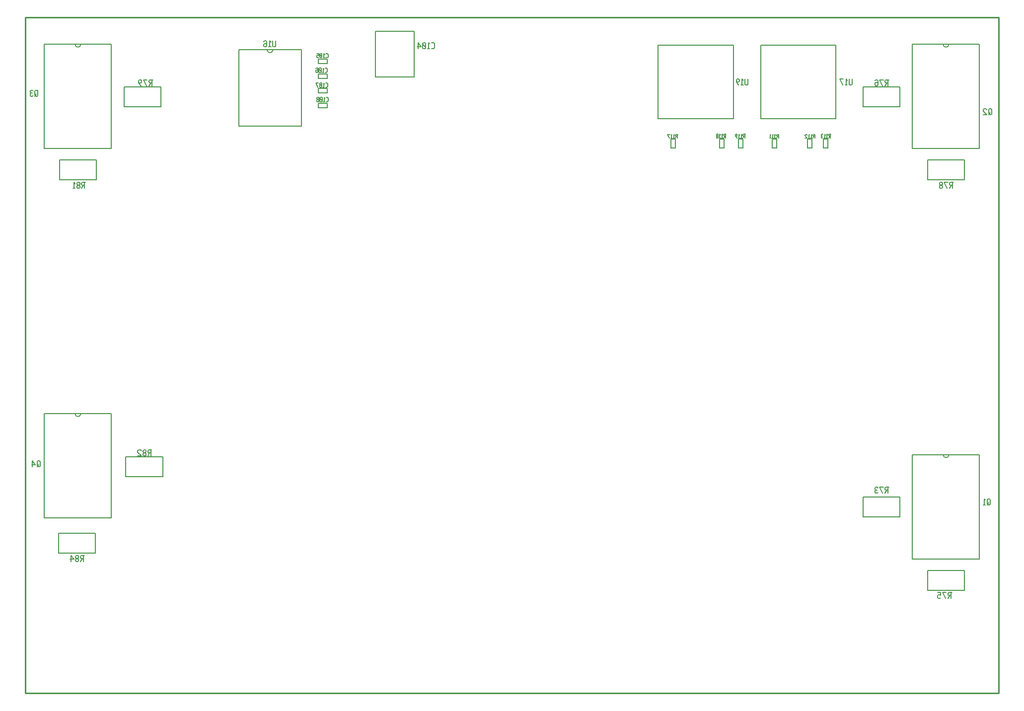
<source format=gbr>
G04 start of page 14 for group -4078 idx -4078 *
G04 Title: DAISI, bottomsilk *
G04 Creator: pcb 20140316 *
G04 CreationDate: Wed 18 Apr 2018 03:14:34 AM GMT UTC *
G04 For: afonsop *
G04 Format: Gerber/RS-274X *
G04 PCB-Dimensions (mil): 6540.00 4540.00 *
G04 PCB-Coordinate-Origin: lower left *
%MOIN*%
%FSLAX25Y25*%
%LNBOTTOMSILK*%
%ADD184C,0.0061*%
%ADD183C,0.0050*%
%ADD182C,0.0100*%
G54D182*X0Y454000D02*Y260D01*
X653543D01*
Y454000D01*
X0D01*
G54D183*X535902Y372354D02*Y366354D01*
X538902D01*
Y372354D02*Y366354D01*
X535902Y372354D02*X538902D01*
G54D184*X562402Y407543D02*Y394157D01*
X587205Y407543D02*Y394157D01*
X562402Y407543D02*X587205D01*
X562402Y394157D02*X587205D01*
X640610Y436067D02*Y366067D01*
X595610Y436067D02*Y366067D01*
X640610D01*
X595610Y436067D02*X640610D01*
X616142D02*G75*G03X620079Y436067I1969J0D01*G01*
X605709Y358331D02*Y344945D01*
X630512Y358331D02*Y344945D01*
X605709Y358331D02*X630512D01*
X605709Y344945D02*X630512D01*
G54D183*X525075Y372354D02*Y366354D01*
X528075D01*
Y372354D02*Y366354D01*
X525075Y372354D02*X528075D01*
G54D184*X544291Y435496D02*Y386087D01*
X493701Y435496D02*Y386087D01*
X544291D01*
X493701Y435496D02*X544291D01*
G54D183*X433539Y372354D02*Y366354D01*
X436539D01*
Y372354D02*Y366354D01*
X433539Y372354D02*X436539D01*
X501453D02*Y366354D01*
X504453D01*
Y372354D02*Y366354D01*
X501453Y372354D02*X504453D01*
X478815D02*Y366354D01*
X481815D01*
Y372354D02*Y366354D01*
X478815Y372354D02*X481815D01*
X466020D02*Y366354D01*
X469020D01*
Y372354D02*Y366354D01*
X466020Y372354D02*X469020D01*
G54D184*X475394Y435496D02*Y386087D01*
X424803Y435496D02*Y386087D01*
X475394D01*
X424803Y435496D02*X475394D01*
G54D183*X196803Y425972D02*X202803D01*
X196803D02*Y422972D01*
X202803D01*
Y425972D02*Y422972D01*
X196803Y416130D02*X202803D01*
X196803D02*Y413130D01*
X202803D01*
Y416130D02*Y413130D01*
X196803Y406287D02*X202803D01*
X196803D02*Y403287D01*
X202803D01*
Y406287D02*Y403287D01*
X196803Y396445D02*X202803D01*
X196803D02*Y393445D01*
X202803D01*
Y396445D02*Y393445D01*
G54D184*X235039Y414039D02*X261024D01*
X235039Y444748D02*X261024D01*
X235039D02*Y414039D01*
X261024Y444748D02*Y414039D01*
Y429394D02*G75*G03X261024Y429394I0J0D01*G01*
X605709Y82740D02*Y69354D01*
X630512Y82740D02*Y69354D01*
X605709Y82740D02*X630512D01*
X605709Y69354D02*X630512D01*
X640610Y160476D02*Y90476D01*
X595610Y160476D02*Y90476D01*
X640610D01*
X595610Y160476D02*X640610D01*
X616142D02*G75*G03X620079Y160476I1969J0D01*G01*
X562402Y131953D02*Y118567D01*
X587205Y131953D02*Y118567D01*
X562402Y131953D02*X587205D01*
X562402Y118567D02*X587205D01*
X185370Y432346D02*Y381165D01*
X143370Y432346D02*Y381165D01*
X185370D01*
X143370Y432346D02*X185370D01*
X162402D02*G75*G03X166339Y432346I1969J0D01*G01*
X57933Y436067D02*Y366067D01*
X12933Y436067D02*Y366067D01*
X57933D01*
X12933Y436067D02*X57933D01*
X33465D02*G75*G03X37402Y436067I1969J0D01*G01*
X23031Y358331D02*Y344945D01*
X47835Y358331D02*Y344945D01*
X23031Y358331D02*X47835D01*
X23031Y344945D02*X47835D01*
X91142Y407543D02*Y394157D01*
X66339Y407543D02*Y394157D01*
X91142D01*
X66339Y407543D02*X91142D01*
X57933Y188035D02*Y118035D01*
X12933Y188035D02*Y118035D01*
X57933D01*
X12933Y188035D02*X57933D01*
X33465D02*G75*G03X37402Y188035I1969J0D01*G01*
X67587Y159051D02*Y145665D01*
X92390Y159051D02*Y145665D01*
X67587Y159051D02*X92390D01*
X67587Y145665D02*X92390D01*
X22311Y107870D02*Y94484D01*
X47114Y107870D02*Y94484D01*
X22311Y107870D02*X47114D01*
X22311Y94484D02*X47114D01*
G54D183*X577740Y412193D02*X579740D01*
X577740D02*X577240Y411693D01*
Y410693D02*Y411693D01*
X577740Y410193D02*X577240Y410693D01*
X577740Y410193D02*X579240D01*
Y408193D02*Y412193D01*
X578440Y410193D02*X577240Y408193D01*
X575540D02*X573540Y412193D01*
X576040D01*
X570840D02*X570340Y411693D01*
X570840Y412193D02*X571840D01*
X572340Y411693D02*X571840Y412193D01*
X572340Y408693D02*Y411693D01*
Y408693D02*X571840Y408193D01*
X570840Y410393D02*X570340Y409893D01*
X570840Y410393D02*X572340D01*
X570840Y408193D02*X571840D01*
X570840D02*X570340Y408693D01*
Y409893D01*
X539740Y375579D02*X540920D01*
X539740D02*X539445Y375284D01*
Y374694D02*Y375284D01*
X539740Y374399D02*X539445Y374694D01*
X539740Y374399D02*X540625D01*
Y373219D02*Y375579D01*
X540153Y374399D02*X539445Y373219D01*
X538737Y375107D02*X538265Y375579D01*
Y373219D02*Y375579D01*
X537852Y373219D02*X538737D01*
X537144Y375107D02*X536672Y375579D01*
Y373219D02*Y375579D01*
X536259Y373219D02*X537144D01*
X535551Y375284D02*X535256Y375579D01*
X534666D02*X535256D01*
X534666D02*X534371Y375284D01*
X534666Y373219D02*X534371Y373514D01*
X534666Y373219D02*X535256D01*
X535551Y373514D02*X535256Y373219D01*
X534666Y374517D02*X535256D01*
X534371Y374812D02*Y375284D01*
Y373514D02*Y374222D01*
X534666Y374517D01*
X534371Y374812D02*X534666Y374517D01*
X529120Y375445D02*X530300D01*
X529120D02*X528825Y375150D01*
Y374560D02*Y375150D01*
X529120Y374265D02*X528825Y374560D01*
X529120Y374265D02*X530005D01*
Y373085D02*Y375445D01*
X529533Y374265D02*X528825Y373085D01*
X528117Y374973D02*X527645Y375445D01*
Y373085D02*Y375445D01*
X527232Y373085D02*X528117D01*
X526524Y374973D02*X526052Y375445D01*
Y373085D02*Y375445D01*
X525639Y373085D02*X526524D01*
X524931Y375150D02*X524636Y375445D01*
X523751D02*X524636D01*
X523751D02*X523456Y375150D01*
Y374560D02*Y375150D01*
X524931Y373085D02*X523456Y374560D01*
Y373085D02*X524931D01*
X436859Y375445D02*X438039D01*
X436859D02*X436564Y375150D01*
Y374560D02*Y375150D01*
X436859Y374265D02*X436564Y374560D01*
X436859Y374265D02*X437744D01*
Y373085D02*Y375445D01*
X437272Y374265D02*X436564Y373085D01*
X435856Y374973D02*X435384Y375445D01*
Y373085D02*Y375445D01*
X434971Y373085D02*X435856D01*
X434263Y374973D02*X433791Y375445D01*
Y373085D02*Y375445D01*
X433378Y373085D02*X434263D01*
X432375D02*X431195Y375445D01*
X432670D01*
X621047Y343295D02*X623047D01*
X621047D02*X620547Y342795D01*
Y341795D02*Y342795D01*
X621047Y341295D02*X620547Y341795D01*
X621047Y341295D02*X622547D01*
Y339295D02*Y343295D01*
X621747Y341295D02*X620547Y339295D01*
X618847D02*X616847Y343295D01*
X619347D01*
X615647Y339795D02*X615147Y339295D01*
X615647Y339795D02*Y340595D01*
X614947Y341295D01*
X614347D02*X614947D01*
X614347D02*X613647Y340595D01*
Y339795D02*Y340595D01*
X614147Y339295D02*X613647Y339795D01*
X614147Y339295D02*X615147D01*
X615647Y341995D02*X614947Y341295D01*
X615647Y341995D02*Y342795D01*
X615147Y343295D01*
X614147D02*X615147D01*
X614147D02*X613647Y342795D01*
Y341995D02*Y342795D01*
X614347Y341295D02*X613647Y341995D01*
X648732Y389193D02*Y392193D01*
X648232Y392693D01*
X647232D02*X648232D01*
X647232D02*X646732Y392193D01*
Y389693D02*Y392193D01*
X647732Y388693D02*X646732Y389693D01*
X647732Y388693D02*X648232D01*
X648732Y389193D02*X648232Y388693D01*
X647732Y390193D02*X646732Y388693D01*
X645532Y392193D02*X645032Y392693D01*
X643532D02*X645032D01*
X643532D02*X643032Y392193D01*
Y391193D02*Y392193D01*
X645532Y388693D02*X643032Y391193D01*
Y388693D02*X645532D01*
X485236Y409146D02*Y412646D01*
Y409146D02*X484736Y408646D01*
X483736D02*X484736D01*
X483736D02*X483236Y409146D01*
Y412646D01*
X482036Y411846D02*X481236Y412646D01*
Y408646D02*Y412646D01*
X480536Y408646D02*X482036D01*
X478836D02*X477336Y410646D01*
Y412146D01*
X477836Y412646D02*X477336Y412146D01*
X477836Y412646D02*X478836D01*
X479336Y412146D02*X478836Y412646D01*
X479336Y411146D02*Y412146D01*
Y411146D02*X478836Y410646D01*
X477336D02*X478836D01*
X555118Y409146D02*Y412646D01*
Y409146D02*X554618Y408646D01*
X553618D02*X554618D01*
X553618D02*X553118Y409146D01*
Y412646D01*
X551918Y411846D02*X551118Y412646D01*
Y408646D02*Y412646D01*
X550418Y408646D02*X551918D01*
X548718D02*X546718Y412646D01*
X549218D01*
X504773Y375445D02*X505953D01*
X504773D02*X504478Y375150D01*
Y374560D02*Y375150D01*
X504773Y374265D02*X504478Y374560D01*
X504773Y374265D02*X505658D01*
Y373085D02*Y375445D01*
X505186Y374265D02*X504478Y373085D01*
X503770Y374973D02*X503298Y375445D01*
Y373085D02*Y375445D01*
X502885Y373085D02*X503770D01*
X502177Y374973D02*X501705Y375445D01*
Y373085D02*Y375445D01*
X501292Y373085D02*X502177D01*
X500584Y374973D02*X500112Y375445D01*
Y373085D02*Y375445D01*
X499699Y373085D02*X500584D01*
X482135Y375579D02*X483315D01*
X482135D02*X481840Y375284D01*
Y374694D02*Y375284D01*
X482135Y374399D02*X481840Y374694D01*
X482135Y374399D02*X483020D01*
Y373219D02*Y375579D01*
X482548Y374399D02*X481840Y373219D01*
X481132Y375107D02*X480660Y375579D01*
Y373219D02*Y375579D01*
X480247Y373219D02*X481132D01*
X479539Y375107D02*X479067Y375579D01*
Y373219D02*Y375579D01*
X478654Y373219D02*X479539D01*
X477651D02*X476766Y374399D01*
Y375284D01*
X477061Y375579D02*X476766Y375284D01*
X477061Y375579D02*X477651D01*
X477946Y375284D02*X477651Y375579D01*
X477946Y374694D02*Y375284D01*
Y374694D02*X477651Y374399D01*
X476766D02*X477651D01*
X469340Y375579D02*X470520D01*
X469340D02*X469045Y375284D01*
Y374694D02*Y375284D01*
X469340Y374399D02*X469045Y374694D01*
X469340Y374399D02*X470225D01*
Y373219D02*Y375579D01*
X469753Y374399D02*X469045Y373219D01*
X468337Y375107D02*X467865Y375579D01*
Y373219D02*Y375579D01*
X467452Y373219D02*X468337D01*
X466744Y375107D02*X466272Y375579D01*
Y373219D02*Y375579D01*
X465859Y373219D02*X466744D01*
X465151Y373514D02*X464856Y373219D01*
X465151Y373514D02*Y373986D01*
X464738Y374399D01*
X464384D02*X464738D01*
X464384D02*X463971Y373986D01*
Y373514D02*Y373986D01*
X464266Y373219D02*X463971Y373514D01*
X464266Y373219D02*X464856D01*
X465151Y374812D02*X464738Y374399D01*
X465151Y374812D02*Y375284D01*
X464856Y375579D01*
X464266D02*X464856D01*
X464266D02*X463971Y375284D01*
Y374812D02*Y375284D01*
X464384Y374399D02*X463971Y374812D01*
X201935Y426932D02*X202832D01*
X203315Y427415D02*X202832Y426932D01*
X203315Y427415D02*Y429209D01*
X202832Y429692D01*
X201935D02*X202832D01*
X201107Y429140D02*X200555Y429692D01*
Y426932D02*Y429692D01*
X200072Y426932D02*X201107D01*
X199244Y427277D02*X198899Y426932D01*
X199244Y427277D02*Y429347D01*
X198899Y429692D01*
X198209D02*X198899D01*
X198209D02*X197864Y429347D01*
Y427277D02*Y429347D01*
X198209Y426932D02*X197864Y427277D01*
X198209Y426932D02*X198899D01*
X199244Y427622D02*X197864Y429002D01*
X195656Y429692D02*X197036D01*
Y428312D02*Y429692D01*
Y428312D02*X196691Y428657D01*
X196001D02*X196691D01*
X196001D02*X195656Y428312D01*
Y427277D02*Y428312D01*
X196001Y426932D02*X195656Y427277D01*
X196001Y426932D02*X196691D01*
X197036Y427277D02*X196691Y426932D01*
X201351Y417168D02*X202248D01*
X202731Y417651D02*X202248Y417168D01*
X202731Y417651D02*Y419445D01*
X202248Y419928D01*
X201351D02*X202248D01*
X200523Y419376D02*X199971Y419928D01*
Y417168D02*Y419928D01*
X199488Y417168D02*X200523D01*
X198660Y417513D02*X198315Y417168D01*
X198660Y417513D02*Y419583D01*
X198315Y419928D01*
X197625D02*X198315D01*
X197625D02*X197280Y419583D01*
Y417513D02*Y419583D01*
X197625Y417168D02*X197280Y417513D01*
X197625Y417168D02*X198315D01*
X198660Y417858D02*X197280Y419238D01*
X195417Y419928D02*X195072Y419583D01*
X195417Y419928D02*X196107D01*
X196452Y419583D02*X196107Y419928D01*
X196452Y417513D02*Y419583D01*
Y417513D02*X196107Y417168D01*
X195417Y418686D02*X195072Y418341D01*
X195417Y418686D02*X196452D01*
X195417Y417168D02*X196107D01*
X195417D02*X195072Y417513D01*
Y418341D01*
X201705Y407207D02*X202602D01*
X203085Y407690D02*X202602Y407207D01*
X203085Y407690D02*Y409484D01*
X202602Y409967D01*
X201705D02*X202602D01*
X200877Y409415D02*X200325Y409967D01*
Y407207D02*Y409967D01*
X199842Y407207D02*X200877D01*
X199014Y407552D02*X198669Y407207D01*
X199014Y407552D02*Y409622D01*
X198669Y409967D01*
X197979D02*X198669D01*
X197979D02*X197634Y409622D01*
Y407552D02*Y409622D01*
X197979Y407207D02*X197634Y407552D01*
X197979Y407207D02*X198669D01*
X199014Y407897D02*X197634Y409277D01*
X196461Y407207D02*X195081Y409967D01*
X196806D01*
X202014Y397522D02*X202911D01*
X203394Y398005D02*X202911Y397522D01*
X203394Y398005D02*Y399799D01*
X202911Y400282D01*
X202014D02*X202911D01*
X201186Y399730D02*X200634Y400282D01*
Y397522D02*Y400282D01*
X200151Y397522D02*X201186D01*
X199323Y397867D02*X198978Y397522D01*
X199323Y397867D02*Y399937D01*
X198978Y400282D01*
X198288D02*X198978D01*
X198288D02*X197943Y399937D01*
Y397867D02*Y399937D01*
X198288Y397522D02*X197943Y397867D01*
X198288Y397522D02*X198978D01*
X199323Y398212D02*X197943Y399592D01*
X197115Y397867D02*X196770Y397522D01*
X197115Y397867D02*Y398419D01*
X196632Y398902D01*
X196218D02*X196632D01*
X196218D02*X195735Y398419D01*
Y397867D02*Y398419D01*
X196080Y397522D02*X195735Y397867D01*
X196080Y397522D02*X196770D01*
X197115Y399385D02*X196632Y398902D01*
X197115Y399385D02*Y399937D01*
X196770Y400282D01*
X196080D02*X196770D01*
X196080D02*X195735Y399937D01*
Y399385D02*Y399937D01*
X196218Y398902D02*X195735Y399385D01*
X168189Y434736D02*Y438236D01*
Y434736D02*X167689Y434236D01*
X166689D02*X167689D01*
X166689D02*X166189Y434736D01*
Y438236D01*
X164989Y437436D02*X164189Y438236D01*
Y434236D02*Y438236D01*
X163489Y434236D02*X164989D01*
X160789Y438236D02*X160289Y437736D01*
X160789Y438236D02*X161789D01*
X162289Y437736D02*X161789Y438236D01*
X162289Y434736D02*Y437736D01*
Y434736D02*X161789Y434236D01*
X160789Y436436D02*X160289Y435936D01*
X160789Y436436D02*X162289D01*
X160789Y434236D02*X161789D01*
X160789D02*X160289Y434736D01*
Y435936D01*
X83646Y412193D02*X85646D01*
X83646D02*X83146Y411693D01*
Y410693D02*Y411693D01*
X83646Y410193D02*X83146Y410693D01*
X83646Y410193D02*X85146D01*
Y408193D02*Y412193D01*
X84346Y410193D02*X83146Y408193D01*
X81446D02*X79446Y412193D01*
X81946D01*
X77746Y408193D02*X76246Y410193D01*
Y411693D01*
X76746Y412193D02*X76246Y411693D01*
X76746Y412193D02*X77746D01*
X78246Y411693D02*X77746Y412193D01*
X78246Y410693D02*Y411693D01*
Y410693D02*X77746Y410193D01*
X76246D02*X77746D01*
X8504Y401567D02*Y404567D01*
X8004Y405067D01*
X7004D02*X8004D01*
X7004D02*X6504Y404567D01*
Y402067D02*Y404567D01*
X7504Y401067D02*X6504Y402067D01*
X7504Y401067D02*X8004D01*
X8504Y401567D02*X8004Y401067D01*
X7504Y402567D02*X6504Y401067D01*
X5304Y404567D02*X4804Y405067D01*
X3804D02*X4804D01*
X3804D02*X3304Y404567D01*
X3804Y401067D02*X3304Y401567D01*
X3804Y401067D02*X4804D01*
X5304Y401567D02*X4804Y401067D01*
X3804Y403267D02*X4804D01*
X3304Y403767D02*Y404567D01*
Y401567D02*Y402767D01*
X3804Y403267D01*
X3304Y403767D02*X3804Y403267D01*
X38370Y343295D02*X40370D01*
X38370D02*X37870Y342795D01*
Y341795D02*Y342795D01*
X38370Y341295D02*X37870Y341795D01*
X38370Y341295D02*X39870D01*
Y339295D02*Y343295D01*
X39070Y341295D02*X37870Y339295D01*
X36670Y339795D02*X36170Y339295D01*
X36670Y339795D02*Y340595D01*
X35970Y341295D01*
X35370D02*X35970D01*
X35370D02*X34670Y340595D01*
Y339795D02*Y340595D01*
X35170Y339295D02*X34670Y339795D01*
X35170Y339295D02*X36170D01*
X36670Y341995D02*X35970Y341295D01*
X36670Y341995D02*Y342795D01*
X36170Y343295D01*
X35170D02*X36170D01*
X35170D02*X34670Y342795D01*
Y341995D02*Y342795D01*
X35370Y341295D02*X34670Y341995D01*
X33470Y342495D02*X32670Y343295D01*
Y339295D02*Y343295D01*
X31970Y339295D02*X33470D01*
X272764Y433055D02*X274064D01*
X274764Y433755D02*X274064Y433055D01*
X274764Y433755D02*Y436355D01*
X274064Y437055D01*
X272764D02*X274064D01*
X271564Y436255D02*X270764Y437055D01*
Y433055D02*Y437055D01*
X270064Y433055D02*X271564D01*
X268864Y433555D02*X268364Y433055D01*
X268864Y433555D02*Y436555D01*
X268364Y437055D01*
X267364D02*X268364D01*
X267364D02*X266864Y436555D01*
Y433555D02*Y436555D01*
X267364Y433055D02*X266864Y433555D01*
X267364Y433055D02*X268364D01*
X268864Y434055D02*X266864Y436055D01*
X265664Y434555D02*X263664Y437055D01*
X263164Y434555D02*X265664D01*
X263664Y433055D02*Y437055D01*
X619984Y67980D02*X621984D01*
X619984D02*X619484Y67480D01*
Y66480D02*Y67480D01*
X619984Y65980D02*X619484Y66480D01*
X619984Y65980D02*X621484D01*
Y63980D02*Y67980D01*
X620684Y65980D02*X619484Y63980D01*
X617784D02*X615784Y67980D01*
X618284D01*
X612584D02*X614584D01*
Y65980D02*Y67980D01*
Y65980D02*X614084Y66480D01*
X613084D02*X614084D01*
X613084D02*X612584Y65980D01*
Y64480D02*Y65980D01*
X613084Y63980D02*X612584Y64480D01*
X613084Y63980D02*X614084D01*
X614584Y64480D02*X614084Y63980D01*
X647732Y127382D02*Y130382D01*
X647232Y130882D01*
X646232D02*X647232D01*
X646232D02*X645732Y130382D01*
Y127882D02*Y130382D01*
X646732Y126882D02*X645732Y127882D01*
X646732Y126882D02*X647232D01*
X647732Y127382D02*X647232Y126882D01*
X646732Y128382D02*X645732Y126882D01*
X644532Y130082D02*X643732Y130882D01*
Y126882D02*Y130882D01*
X643032Y126882D02*X644532D01*
X577740Y138571D02*X579740D01*
X577740D02*X577240Y138071D01*
Y137071D02*Y138071D01*
X577740Y136571D02*X577240Y137071D01*
X577740Y136571D02*X579240D01*
Y134571D02*Y138571D01*
X578440Y136571D02*X577240Y134571D01*
X575540D02*X573540Y138571D01*
X576040D01*
X572340Y138071D02*X571840Y138571D01*
X570840D02*X571840D01*
X570840D02*X570340Y138071D01*
X570840Y134571D02*X570340Y135071D01*
X570840Y134571D02*X571840D01*
X572340Y135071D02*X571840Y134571D01*
X570840Y136771D02*X571840D01*
X570340Y137271D02*Y138071D01*
Y135071D02*Y136271D01*
X570840Y136771D01*
X570340Y137271D02*X570840Y136771D01*
X10039Y152866D02*Y155866D01*
X9539Y156366D01*
X8539D02*X9539D01*
X8539D02*X8039Y155866D01*
Y153366D02*Y155866D01*
X9039Y152366D02*X8039Y153366D01*
X9039Y152366D02*X9539D01*
X10039Y152866D02*X9539Y152366D01*
X9039Y153866D02*X8039Y152366D01*
X6839Y153866D02*X4839Y156366D01*
X4339Y153866D02*X6839D01*
X4839Y152366D02*Y156366D01*
X82925Y163700D02*X84925D01*
X82925D02*X82425Y163200D01*
Y162200D02*Y163200D01*
X82925Y161700D02*X82425Y162200D01*
X82925Y161700D02*X84425D01*
Y159700D02*Y163700D01*
X83625Y161700D02*X82425Y159700D01*
X81225Y160200D02*X80725Y159700D01*
X81225Y160200D02*Y161000D01*
X80525Y161700D01*
X79925D02*X80525D01*
X79925D02*X79225Y161000D01*
Y160200D02*Y161000D01*
X79725Y159700D02*X79225Y160200D01*
X79725Y159700D02*X80725D01*
X81225Y162400D02*X80525Y161700D01*
X81225Y162400D02*Y163200D01*
X80725Y163700D01*
X79725D02*X80725D01*
X79725D02*X79225Y163200D01*
Y162400D02*Y163200D01*
X79925Y161700D02*X79225Y162400D01*
X78025Y163200D02*X77525Y163700D01*
X76025D02*X77525D01*
X76025D02*X75525Y163200D01*
Y162200D02*Y163200D01*
X78025Y159700D02*X75525Y162200D01*
Y159700D02*X78025D01*
X37650Y92834D02*X39650D01*
X37650D02*X37150Y92334D01*
Y91334D02*Y92334D01*
X37650Y90834D02*X37150Y91334D01*
X37650Y90834D02*X39150D01*
Y88834D02*Y92834D01*
X38350Y90834D02*X37150Y88834D01*
X35950Y89334D02*X35450Y88834D01*
X35950Y89334D02*Y90134D01*
X35250Y90834D01*
X34650D02*X35250D01*
X34650D02*X33950Y90134D01*
Y89334D02*Y90134D01*
X34450Y88834D02*X33950Y89334D01*
X34450Y88834D02*X35450D01*
X35950Y91534D02*X35250Y90834D01*
X35950Y91534D02*Y92334D01*
X35450Y92834D01*
X34450D02*X35450D01*
X34450D02*X33950Y92334D01*
Y91534D02*Y92334D01*
X34650Y90834D02*X33950Y91534D01*
X32750Y90334D02*X30750Y92834D01*
X30250Y90334D02*X32750D01*
X30750Y88834D02*Y92834D01*
M02*

</source>
